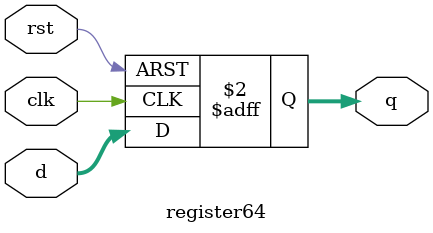
<source format=v>
module register64 (
    input  wire        clk,
    input  wire        rst,
    input  wire [63:0] d,
    output reg  [63:0] q
);

    always @(posedge clk or posedge rst) begin
        if (rst)
            q <= 64'b0;
        else
            q <= d;
    end

endmodule

</source>
